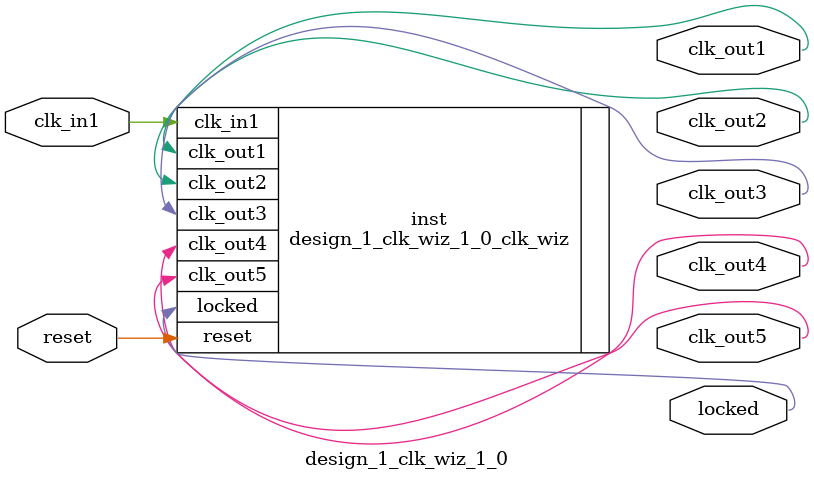
<source format=v>


`timescale 1ps/1ps

(* CORE_GENERATION_INFO = "design_1_clk_wiz_1_0,clk_wiz_v6_0_3_0_0,{component_name=design_1_clk_wiz_1_0,use_phase_alignment=true,use_min_o_jitter=false,use_max_i_jitter=false,use_dyn_phase_shift=false,use_inclk_switchover=false,use_dyn_reconfig=false,enable_axi=0,feedback_source=FDBK_AUTO,PRIMITIVE=MMCM,num_out_clk=5,clkin1_period=20.0,clkin2_period=10.0,use_power_down=false,use_reset=true,use_locked=true,use_inclk_stopped=false,feedback_type=SINGLE,CLOCK_MGR_TYPE=NA,manual_override=false}" *)

module design_1_clk_wiz_1_0 
 (
  // Clock out ports
  output        clk_out1,
  output        clk_out2,
  output        clk_out3,
  output        clk_out4,
  output        clk_out5,
  // Status and control signals
  input         reset,
  output        locked,
 // Clock in ports
  input         clk_in1
 );

  design_1_clk_wiz_1_0_clk_wiz inst
  (
  // Clock out ports  
  .clk_out1(clk_out1),
  .clk_out2(clk_out2),
  .clk_out3(clk_out3),
  .clk_out4(clk_out4),
  .clk_out5(clk_out5),
  // Status and control signals               
  .reset(reset), 
  .locked(locked),
 // Clock in ports
  .clk_in1(clk_in1)
  );

endmodule

</source>
